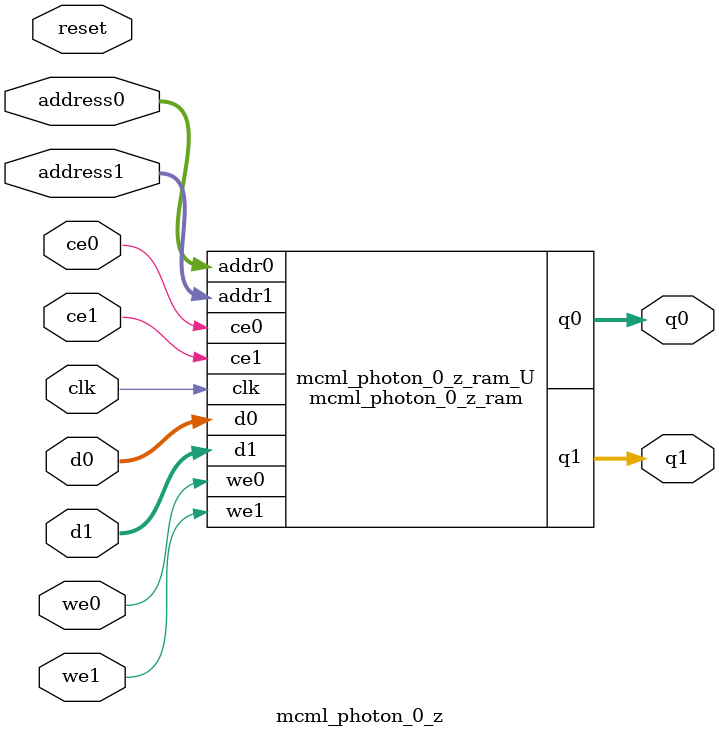
<source format=v>

`timescale 1 ns / 1 ps
module mcml_photon_0_z_ram (addr0, ce0, d0, we0, q0, addr1, ce1, d1, we1, q1,  clk);

parameter DWIDTH = 32;
parameter AWIDTH = 10;
parameter MEM_SIZE = 1000;

input[AWIDTH-1:0] addr0;
input ce0;
input[DWIDTH-1:0] d0;
input we0;
output reg[DWIDTH-1:0] q0;
input[AWIDTH-1:0] addr1;
input ce1;
input[DWIDTH-1:0] d1;
input we1;
output reg[DWIDTH-1:0] q1;
input clk;

(* ram_style = "block" *)reg [DWIDTH-1:0] ram[MEM_SIZE-1:0];




always @(posedge clk)  
begin 
    if (ce0) 
    begin
        if (we0) 
        begin 
            ram[addr0] <= d0; 
            q0 <= d0;
        end 
        else 
            q0 <= ram[addr0];
    end
end


always @(posedge clk)  
begin 
    if (ce1) 
    begin
        if (we1) 
        begin 
            ram[addr1] <= d1; 
            q1 <= d1;
        end 
        else 
            q1 <= ram[addr1];
    end
end


endmodule


`timescale 1 ns / 1 ps
module mcml_photon_0_z(
    reset,
    clk,
    address0,
    ce0,
    we0,
    d0,
    q0,
    address1,
    ce1,
    we1,
    d1,
    q1);

parameter DataWidth = 32'd32;
parameter AddressRange = 32'd1000;
parameter AddressWidth = 32'd10;
input reset;
input clk;
input[AddressWidth - 1:0] address0;
input ce0;
input we0;
input[DataWidth - 1:0] d0;
output[DataWidth - 1:0] q0;
input[AddressWidth - 1:0] address1;
input ce1;
input we1;
input[DataWidth - 1:0] d1;
output[DataWidth - 1:0] q1;



mcml_photon_0_z_ram mcml_photon_0_z_ram_U(
    .clk( clk ),
    .addr0( address0 ),
    .ce0( ce0 ),
    .d0( d0 ),
    .we0( we0 ),
    .q0( q0 ),
    .addr1( address1 ),
    .ce1( ce1 ),
    .d1( d1 ),
    .we1( we1 ),
    .q1( q1 ));

endmodule


</source>
